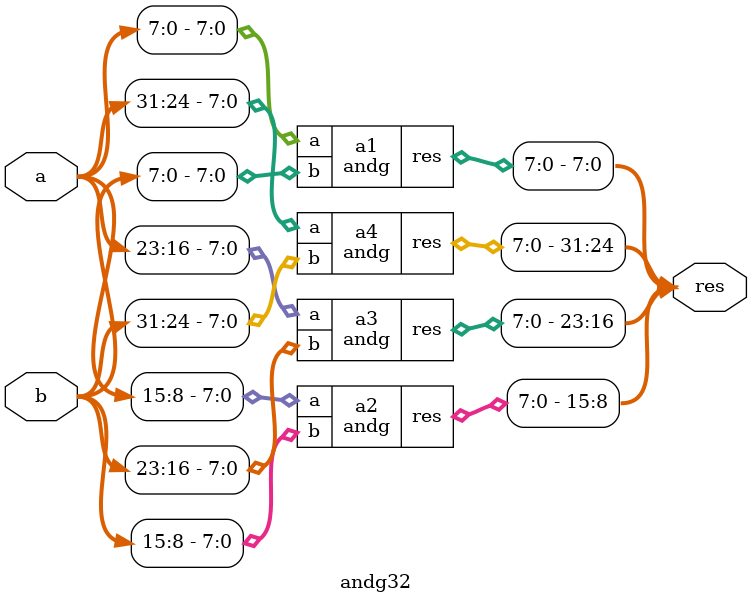
<source format=v>
`timescale 1ns / 1ps



module andg(
input [7:0] a,
input [7:0] b,
output [7:0] res 
    );
and g1(res[0],a[0],b[0]);
and g2(res[1],a[1],b[1]);
and g3(res[2],a[2],b[2]);
and g4(res[3],a[3],b[3]);
and g5(res[4],a[4],b[4]);
and g6(res[5],a[5],b[5]);
and g7(res[6],a[6],b[6]);
and g8(res[7],a[7],b[7]);
endmodule

module andg32(
input [31:0] a,
input [31:0] b,
output [31:0] res );
andg a1(a[7:0],b[7:0],res[7:0]);
andg a2(a[15:8],b[15:8],res[15:8]);
andg a3(a[23:16],b[23:16],res[23:16]);
andg a4(a[31:24],b[31:24],res[31:24]);
endmodule
</source>
